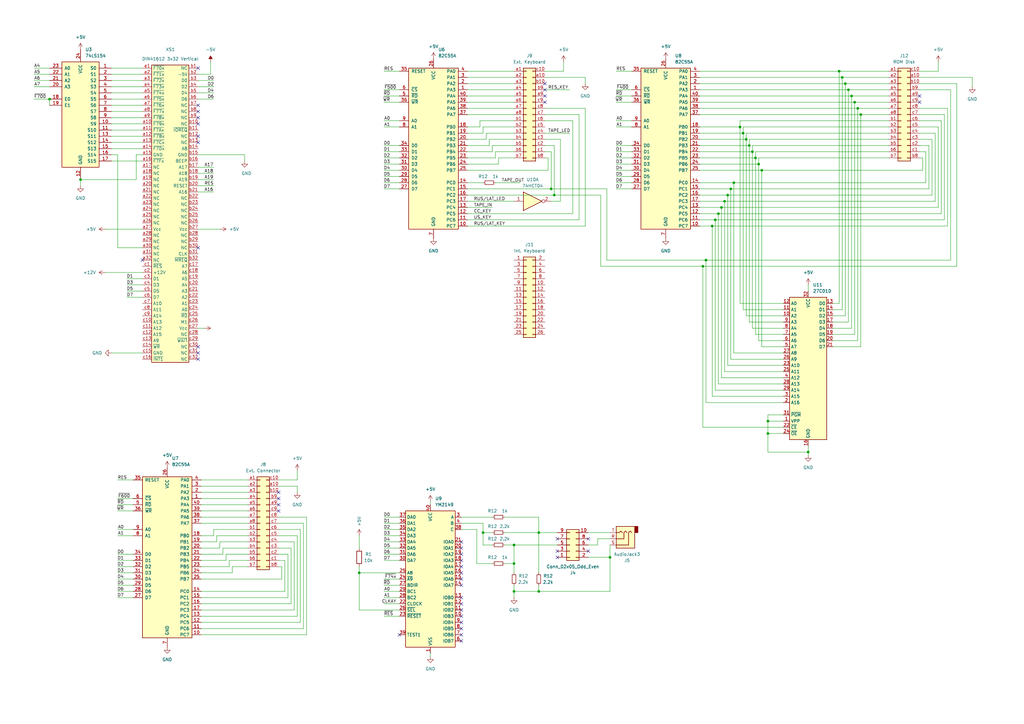
<source format=kicad_sch>
(kicad_sch (version 20230121) (generator eeschema)
  (paper "A3")
  (title_block (title "I/O devices") (date "2023-11-27") (comment 2 "Eugene Po"))
  (junction (at 308.61 62.23))
  (junction (at 350.52 41.91))
  (junction (at 226.06 77.47))
  (junction (at 298.45 80.01))
  (junction (at 306.07 57.15))
  (junction (at 299.72 77.47))
  (junction (at 349.25 39.37))
  (junction (at 288.29 109.22))
  (junction (at 347.98 36.83))
  (junction (at 198.12 218.44))
  (junction (at 307.34 59.69))
  (junction (at 300.99 74.93))
  (junction (at 20.32 40.64))
  (junction (at 344.17 29.21))
  (junction (at 294.64 87.63))
  (junction (at 351.79 44.45))
  (junction (at 353.06 46.99))
  (junction (at 33.02 73.66))
  (junction (at 293.37 90.17))
  (junction (at 210.82 242.57))
  (junction (at 309.88 64.77))
  (junction (at 295.91 85.09))
  (junction (at 220.98 242.57))
  (junction (at 210.82 223.52))
  (junction (at 250.19 228.6))
  (junction (at 292.1 92.71))
  (junction (at 297.18 82.55))
  (junction (at 220.98 218.44))
  (junction (at 304.8 54.61))
  (junction (at 331.47 185.42))
  (junction (at 227.33 80.01))
  (junction (at 314.96 177.8))
  (junction (at 147.32 234.95))
  (junction (at 311.15 67.31))
  (junction (at 314.96 172.72))
  (junction (at 345.44 31.75))
  (junction (at 346.71 34.29))
  (junction (at 210.82 231.14))
  (junction (at 312.42 69.85))
  (junction (at 289.56 106.68))
  (junction (at 303.53 52.07))
  (no_connect (at 163.83 260.35))
  (no_connect (at 189.23 222.25))
  (no_connect (at 377.19 39.37))
  (no_connect (at 81.28 144.78))
  (no_connect (at 189.23 262.89))
  (no_connect (at 81.28 58.42))
  (no_connect (at 189.23 234.95))
  (no_connect (at 189.23 227.33))
  (no_connect (at 58.42 106.68))
  (no_connect (at 189.23 224.79))
  (no_connect (at 81.28 43.18))
  (no_connect (at 189.23 250.19))
  (no_connect (at 241.3 226.06))
  (no_connect (at 114.3 207.01))
  (no_connect (at 223.52 36.83))
  (no_connect (at 81.28 48.26))
  (no_connect (at 189.23 245.11))
  (no_connect (at 81.28 55.88))
  (no_connect (at 228.6 226.06))
  (no_connect (at 189.23 260.35))
  (no_connect (at 189.23 240.03))
  (no_connect (at 189.23 229.87))
  (no_connect (at 114.3 201.93))
  (no_connect (at 81.28 27.94))
  (no_connect (at 81.28 142.24))
  (no_connect (at 377.19 41.91))
  (no_connect (at 223.52 34.29))
  (no_connect (at 189.23 252.73))
  (no_connect (at 189.23 232.41))
  (no_connect (at 189.23 255.27))
  (no_connect (at 228.6 220.98))
  (no_connect (at 81.28 147.32))
  (no_connect (at 189.23 247.65))
  (no_connect (at 189.23 257.81))
  (no_connect (at 189.23 237.49))
  (no_connect (at 241.3 220.98))
  (no_connect (at 114.3 209.55))
  (no_connect (at 81.28 50.8))
  (no_connect (at 81.28 45.72))
  (no_connect (at 114.3 204.47))
  (no_connect (at 228.6 228.6))
  (no_connect (at 223.52 41.91))
  (no_connect (at 223.52 39.37))
  (no_connect (at 81.28 101.6))
  (wire (pts (xy 248.92 106.68) (xy 289.56 106.68)))
  (wire (pts (xy 304.8 127) (xy 304.8 54.61)))
  (wire (pts (xy 54.61 209.55) (xy 48.26 209.55)))
  (wire (pts (xy 294.64 157.48) (xy 294.64 87.63)))
  (wire (pts (xy 287.02 82.55) (xy 297.18 82.55)))
  (wire (pts (xy 54.61 245.11) (xy 48.26 245.11)))
  (wire (pts (xy 45.72 144.78) (xy 58.42 144.78)))
  (wire (pts (xy 189.23 212.09) (xy 201.93 212.09)))
  (wire (pts (xy 287.02 34.29) (xy 346.71 34.29)))
  (wire (pts (xy 223.52 36.83) (xy 233.68 36.83)))
  (wire (pts (xy 341.63 124.46) (xy 344.17 124.46)))
  (wire (pts (xy 207.01 218.44) (xy 220.98 218.44)))
  (wire (pts (xy 303.53 52.07) (xy 303.53 49.53)))
  (wire (pts (xy 203.2 64.77) (xy 191.77 64.77)))
  (wire (pts (xy 191.77 41.91) (xy 210.82 41.91)))
  (wire (pts (xy 114.3 196.85) (xy 121.92 196.85)))
  (wire (pts (xy 304.8 54.61) (xy 304.8 52.07)))
  (wire (pts (xy 191.77 77.47) (xy 226.06 77.47)))
  (wire (pts (xy 45.72 50.8) (xy 58.42 50.8)))
  (wire (pts (xy 245.11 220.98) (xy 250.19 220.98)))
  (wire (pts (xy 45.72 55.88) (xy 58.42 55.88)))
  (wire (pts (xy 309.88 62.23) (xy 309.88 64.77)))
  (wire (pts (xy 210.82 234.95) (xy 210.82 231.14)))
  (wire (pts (xy 81.28 78.74) (xy 87.63 78.74)))
  (wire (pts (xy 377.19 29.21) (xy 384.81 29.21)))
  (wire (pts (xy 43.18 111.76) (xy 58.42 111.76)))
  (wire (pts (xy 58.42 116.84) (xy 52.07 116.84)))
  (wire (pts (xy 377.19 62.23) (xy 379.73 62.23)))
  (wire (pts (xy 198.12 223.52) (xy 201.93 223.52)))
  (wire (pts (xy 115.57 232.41) (xy 114.3 232.41)))
  (wire (pts (xy 45.72 45.72) (xy 58.42 45.72)))
  (wire (pts (xy 45.72 40.64) (xy 58.42 40.64)))
  (wire (pts (xy 306.07 57.15) (xy 306.07 54.61)))
  (wire (pts (xy 345.44 127) (xy 345.44 31.75)))
  (wire (pts (xy 347.98 36.83) (xy 364.49 36.83)))
  (wire (pts (xy 321.31 132.08) (xy 307.34 132.08)))
  (wire (pts (xy 344.17 29.21) (xy 364.49 29.21)))
  (wire (pts (xy 20.32 27.94) (xy 13.97 27.94)))
  (wire (pts (xy 82.55 229.87) (xy 92.71 229.87)))
  (wire (pts (xy 387.35 46.99) (xy 387.35 90.17)))
  (wire (pts (xy 163.83 242.57) (xy 157.48 242.57)))
  (wire (pts (xy 259.08 49.53) (xy 252.73 49.53)))
  (wire (pts (xy 33.02 73.66) (xy 55.88 73.66)))
  (wire (pts (xy 196.85 49.53) (xy 210.82 49.53)))
  (wire (pts (xy 147.32 234.95) (xy 163.83 234.95)))
  (wire (pts (xy 364.49 62.23) (xy 309.88 62.23)))
  (wire (pts (xy 294.64 87.63) (xy 386.08 87.63)))
  (wire (pts (xy 125.73 212.09) (xy 114.3 212.09)))
  (wire (pts (xy 82.55 196.85) (xy 101.6 196.85)))
  (wire (pts (xy 223.52 54.61) (xy 233.68 54.61)))
  (wire (pts (xy 191.77 34.29) (xy 210.82 34.29)))
  (wire (pts (xy 287.02 54.61) (xy 304.8 54.61)))
  (wire (pts (xy 20.32 33.02) (xy 13.97 33.02)))
  (wire (pts (xy 386.08 87.63) (xy 386.08 49.53)))
  (wire (pts (xy 226.06 77.47) (xy 248.92 77.47)))
  (wire (pts (xy 389.89 36.83) (xy 377.19 36.83)))
  (wire (pts (xy 210.82 245.11) (xy 210.82 242.57)))
  (wire (pts (xy 157.48 237.49) (xy 163.83 237.49)))
  (wire (pts (xy 306.07 54.61) (xy 364.49 54.61)))
  (wire (pts (xy 311.15 139.7) (xy 321.31 139.7)))
  (wire (pts (xy 48.26 204.47) (xy 54.61 204.47)))
  (wire (pts (xy 54.61 242.57) (xy 48.26 242.57)))
  (wire (pts (xy 250.19 228.6) (xy 241.3 228.6)))
  (wire (pts (xy 82.55 207.01) (xy 101.6 207.01)))
  (wire (pts (xy 207.01 212.09) (xy 220.98 212.09)))
  (wire (pts (xy 250.19 228.6) (xy 250.19 242.57)))
  (wire (pts (xy 259.08 52.07) (xy 252.73 52.07)))
  (wire (pts (xy 287.02 57.15) (xy 306.07 57.15)))
  (wire (pts (xy 288.29 175.26) (xy 321.31 175.26)))
  (wire (pts (xy 45.72 60.96) (xy 58.42 60.96)))
  (wire (pts (xy 234.95 87.63) (xy 191.77 87.63)))
  (wire (pts (xy 83.82 134.62) (xy 81.28 134.62)))
  (wire (pts (xy 121.92 252.73) (xy 121.92 219.71)))
  (wire (pts (xy 378.46 69.85) (xy 378.46 64.77)))
  (wire (pts (xy 227.33 59.69) (xy 223.52 59.69)))
  (wire (pts (xy 314.96 177.8) (xy 314.96 185.42)))
  (wire (pts (xy 58.42 114.3) (xy 52.07 114.3)))
  (wire (pts (xy 157.48 29.21) (xy 163.83 29.21)))
  (wire (pts (xy 307.34 132.08) (xy 307.34 59.69)))
  (wire (pts (xy 347.98 132.08) (xy 347.98 36.83)))
  (wire (pts (xy 45.72 63.5) (xy 48.26 63.5)))
  (wire (pts (xy 210.82 62.23) (xy 203.2 62.23)))
  (wire (pts (xy 86.36 25.4) (xy 86.36 30.48)))
  (wire (pts (xy 157.48 252.73) (xy 163.83 252.73)))
  (wire (pts (xy 90.17 222.25) (xy 101.6 222.25)))
  (wire (pts (xy 314.96 172.72) (xy 314.96 177.8)))
  (wire (pts (xy 163.83 64.77) (xy 157.48 64.77)))
  (wire (pts (xy 321.31 157.48) (xy 294.64 157.48)))
  (wire (pts (xy 157.48 247.65) (xy 163.83 247.65)))
  (wire (pts (xy 321.31 142.24) (xy 312.42 142.24)))
  (wire (pts (xy 82.55 214.63) (xy 101.6 214.63)))
  (wire (pts (xy 191.77 57.15) (xy 199.39 57.15)))
  (wire (pts (xy 82.55 201.93) (xy 101.6 201.93)))
  (wire (pts (xy 392.43 34.29) (xy 392.43 109.22)))
  (wire (pts (xy 308.61 62.23) (xy 308.61 59.69)))
  (wire (pts (xy 386.08 49.53) (xy 377.19 49.53)))
  (wire (pts (xy 321.31 147.32) (xy 299.72 147.32)))
  (wire (pts (xy 82.55 222.25) (xy 88.9 222.25)))
  (wire (pts (xy 163.83 77.47) (xy 157.48 77.47)))
  (wire (pts (xy 101.6 224.79) (xy 91.44 224.79)))
  (wire (pts (xy 163.83 72.39) (xy 157.48 72.39)))
  (wire (pts (xy 48.26 63.5) (xy 48.26 101.6)))
  (wire (pts (xy 95.25 234.95) (xy 95.25 232.41)))
  (wire (pts (xy 259.08 67.31) (xy 252.73 67.31)))
  (wire (pts (xy 198.12 214.63) (xy 198.12 218.44)))
  (wire (pts (xy 58.42 119.38) (xy 52.07 119.38)))
  (wire (pts (xy 321.31 165.1) (xy 289.56 165.1)))
  (wire (pts (xy 81.28 33.02) (xy 87.63 33.02)))
  (wire (pts (xy 345.44 31.75) (xy 364.49 31.75)))
  (wire (pts (xy 90.17 93.98) (xy 81.28 93.98)))
  (wire (pts (xy 163.83 214.63) (xy 157.48 214.63)))
  (wire (pts (xy 203.2 62.23) (xy 203.2 64.77)))
  (wire (pts (xy 163.83 74.93) (xy 157.48 74.93)))
  (wire (pts (xy 309.88 137.16) (xy 309.88 64.77)))
  (wire (pts (xy 293.37 160.02) (xy 293.37 90.17)))
  (wire (pts (xy 54.61 229.87) (xy 48.26 229.87)))
  (wire (pts (xy 20.32 35.56) (xy 13.97 35.56)))
  (wire (pts (xy 350.52 41.91) (xy 364.49 41.91)))
  (wire (pts (xy 295.91 85.09) (xy 384.81 85.09)))
  (wire (pts (xy 189.23 217.17) (xy 195.58 217.17)))
  (wire (pts (xy 259.08 41.91) (xy 252.73 41.91)))
  (wire (pts (xy 45.72 38.1) (xy 58.42 38.1)))
  (wire (pts (xy 91.44 224.79) (xy 91.44 227.33)))
  (wire (pts (xy 54.61 217.17) (xy 48.26 217.17)))
  (wire (pts (xy 114.3 214.63) (xy 124.46 214.63)))
  (wire (pts (xy 383.54 82.55) (xy 383.54 54.61)))
  (wire (pts (xy 259.08 77.47) (xy 252.73 77.47)))
  (wire (pts (xy 377.19 31.75) (xy 398.78 31.75)))
  (wire (pts (xy 227.33 80.01) (xy 246.38 80.01)))
  (wire (pts (xy 191.77 62.23) (xy 201.93 62.23)))
  (wire (pts (xy 384.81 29.21) (xy 384.81 25.4)))
  (wire (pts (xy 288.29 109.22) (xy 288.29 175.26)))
  (wire (pts (xy 295.91 154.94) (xy 295.91 85.09)))
  (wire (pts (xy 287.02 36.83) (xy 347.98 36.83)))
  (wire (pts (xy 163.83 227.33) (xy 157.48 227.33)))
  (wire (pts (xy 157.48 36.83) (xy 163.83 36.83)))
  (wire (pts (xy 349.25 134.62) (xy 349.25 39.37)))
  (wire (pts (xy 341.63 129.54) (xy 346.71 129.54)))
  (wire (pts (xy 81.28 63.5) (xy 100.33 63.5)))
  (wire (pts (xy 377.19 34.29) (xy 392.43 34.29)))
  (wire (pts (xy 116.84 242.57) (xy 82.55 242.57)))
  (wire (pts (xy 54.61 237.49) (xy 48.26 237.49)))
  (wire (pts (xy 199.39 57.15) (xy 199.39 54.61)))
  (wire (pts (xy 298.45 149.86) (xy 298.45 80.01)))
  (wire (pts (xy 398.78 31.75) (xy 398.78 35.56)))
  (wire (pts (xy 54.61 232.41) (xy 48.26 232.41)))
  (wire (pts (xy 195.58 217.17) (xy 195.58 231.14)))
  (wire (pts (xy 82.55 255.27) (xy 123.19 255.27)))
  (wire (pts (xy 118.11 227.33) (xy 114.3 227.33)))
  (wire (pts (xy 163.83 52.07) (xy 157.48 52.07)))
  (wire (pts (xy 287.02 77.47) (xy 299.72 77.47)))
  (wire (pts (xy 292.1 92.71) (xy 388.62 92.71)))
  (wire (pts (xy 119.38 224.79) (xy 114.3 224.79)))
  (wire (pts (xy 287.02 90.17) (xy 293.37 90.17)))
  (wire (pts (xy 45.72 35.56) (xy 58.42 35.56)))
  (wire (pts (xy 147.32 250.19) (xy 147.32 234.95)))
  (wire (pts (xy 82.55 224.79) (xy 90.17 224.79)))
  (wire (pts (xy 341.63 134.62) (xy 349.25 134.62)))
  (wire (pts (xy 93.98 232.41) (xy 82.55 232.41)))
  (wire (pts (xy 234.95 49.53) (xy 234.95 87.63)))
  (wire (pts (xy 237.49 46.99) (xy 237.49 90.17)))
  (wire (pts (xy 246.38 109.22) (xy 288.29 109.22)))
  (wire (pts (xy 351.79 139.7) (xy 351.79 44.45)))
  (wire (pts (xy 287.02 64.77) (xy 309.88 64.77)))
  (wire (pts (xy 191.77 82.55) (xy 210.82 82.55)))
  (wire (pts (xy 223.52 31.75) (xy 240.03 31.75)))
  (wire (pts (xy 121.92 199.39) (xy 121.92 201.93)))
  (wire (pts (xy 120.65 222.25) (xy 114.3 222.25)))
  (wire (pts (xy 224.79 64.77) (xy 223.52 64.77)))
  (wire (pts (xy 220.98 212.09) (xy 220.98 218.44)))
  (wire (pts (xy 388.62 92.71) (xy 388.62 44.45)))
  (wire (pts (xy 287.02 44.45) (xy 351.79 44.45)))
  (wire (pts (xy 331.47 119.38) (xy 331.47 116.84)))
  (wire (pts (xy 200.66 59.69) (xy 191.77 59.69)))
  (wire (pts (xy 287.02 46.99) (xy 353.06 46.99)))
  (wire (pts (xy 299.72 147.32) (xy 299.72 77.47)))
  (wire (pts (xy 252.73 36.83) (xy 259.08 36.83)))
  (wire (pts (xy 289.56 106.68) (xy 389.89 106.68)))
  (wire (pts (xy 287.02 62.23) (xy 308.61 62.23)))
  (wire (pts (xy 81.28 76.2) (xy 87.63 76.2)))
  (wire (pts (xy 81.28 38.1) (xy 87.63 38.1)))
  (wire (pts (xy 383.54 54.61) (xy 377.19 54.61)))
  (wire (pts (xy 86.36 30.48) (xy 81.28 30.48)))
  (wire (pts (xy 163.83 219.71) (xy 157.48 219.71)))
  (wire (pts (xy 288.29 109.22) (xy 392.43 109.22)))
  (wire (pts (xy 82.55 237.49) (xy 115.57 237.49)))
  (wire (pts (xy 54.61 227.33) (xy 48.26 227.33)))
  (wire (pts (xy 163.83 224.79) (xy 157.48 224.79)))
  (wire (pts (xy 300.99 144.78) (xy 300.99 74.93)))
  (wire (pts (xy 306.07 57.15) (xy 306.07 129.54)))
  (wire (pts (xy 45.72 48.26) (xy 58.42 48.26)))
  (wire (pts (xy 20.32 40.64) (xy 20.32 43.18)))
  (wire (pts (xy 226.06 82.55) (xy 229.87 82.55)))
  (wire (pts (xy 341.63 127) (xy 345.44 127)))
  (wire (pts (xy 287.02 41.91) (xy 350.52 41.91)))
  (wire (pts (xy 321.31 162.56) (xy 292.1 162.56)))
  (wire (pts (xy 240.03 92.71) (xy 240.03 44.45)))
  (wire (pts (xy 189.23 214.63) (xy 198.12 214.63)))
  (wire (pts (xy 204.47 64.77) (xy 210.82 64.77)))
  (wire (pts (xy 163.83 49.53) (xy 157.48 49.53)))
  (wire (pts (xy 82.55 219.71) (xy 87.63 219.71)))
  (wire (pts (xy 321.31 170.18) (xy 314.96 170.18)))
  (wire (pts (xy 210.82 231.14) (xy 207.01 231.14)))
  (wire (pts (xy 311.15 67.31) (xy 311.15 139.7)))
  (wire (pts (xy 55.88 63.5) (xy 58.42 63.5)))
  (wire (pts (xy 81.28 35.56) (xy 87.63 35.56)))
  (wire (pts (xy 331.47 185.42) (xy 331.47 186.69)))
  (wire (pts (xy 191.77 80.01) (xy 227.33 80.01)))
  (wire (pts (xy 223.52 46.99) (xy 237.49 46.99)))
  (wire (pts (xy 54.61 234.95) (xy 48.26 234.95)))
  (wire (pts (xy 33.02 76.2) (xy 33.02 73.66)))
  (wire (pts (xy 384.81 52.07) (xy 377.19 52.07)))
  (wire (pts (xy 229.87 82.55) (xy 229.87 57.15)))
  (wire (pts (xy 341.63 142.24) (xy 353.06 142.24)))
  (wire (pts (xy 82.55 245.11) (xy 118.11 245.11)))
  (wire (pts (xy 382.27 57.15) (xy 377.19 57.15)))
  (wire (pts (xy 321.31 137.16) (xy 309.88 137.16)))
  (wire (pts (xy 381 59.69) (xy 377.19 59.69)))
  (wire (pts (xy 196.85 52.07) (xy 196.85 49.53)))
  (wire (pts (xy 45.72 33.02) (xy 58.42 33.02)))
  (wire (pts (xy 198.12 218.44) (xy 198.12 223.52)))
  (wire (pts (xy 191.77 54.61) (xy 198.12 54.61)))
  (wire (pts (xy 308.61 59.69) (xy 364.49 59.69)))
  (wire (pts (xy 125.73 260.35) (xy 125.73 212.09)))
  (wire (pts (xy 220.98 242.57) (xy 210.82 242.57)))
  (wire (pts (xy 191.77 90.17) (xy 237.49 90.17)))
  (wire (pts (xy 220.98 240.03) (xy 220.98 242.57)))
  (wire (pts (xy 259.08 62.23) (xy 252.73 62.23)))
  (wire (pts (xy 252.73 29.21) (xy 259.08 29.21)))
  (wire (pts (xy 82.55 199.39) (xy 101.6 199.39)))
  (wire (pts (xy 297.18 152.4) (xy 297.18 82.55)))
  (wire (pts (xy 191.77 67.31) (xy 204.47 67.31)))
  (wire (pts (xy 123.19 255.27) (xy 123.19 217.17)))
  (wire (pts (xy 119.38 247.65) (xy 119.38 224.79)))
  (wire (pts (xy 259.08 69.85) (xy 252.73 69.85)))
  (wire (pts (xy 259.08 59.69) (xy 252.73 59.69)))
  (wire (pts (xy 121.92 219.71) (xy 114.3 219.71)))
  (wire (pts (xy 163.83 67.31) (xy 157.48 67.31)))
  (wire (pts (xy 259.08 74.93) (xy 252.73 74.93)))
  (wire (pts (xy 191.77 36.83) (xy 210.82 36.83)))
  (wire (pts (xy 303.53 52.07) (xy 303.53 124.46)))
  (wire (pts (xy 353.06 46.99) (xy 364.49 46.99)))
  (wire (pts (xy 91.44 227.33) (xy 82.55 227.33)))
  (wire (pts (xy 195.58 231.14) (xy 201.93 231.14)))
  (wire (pts (xy 191.77 92.71) (xy 240.03 92.71)))
  (wire (pts (xy 246.38 80.01) (xy 246.38 109.22)))
  (wire (pts (xy 82.55 212.09) (xy 101.6 212.09)))
  (wire (pts (xy 384.81 85.09) (xy 384.81 52.07)))
  (wire (pts (xy 226.06 62.23) (xy 223.52 62.23)))
  (wire (pts (xy 114.3 199.39) (xy 121.92 199.39)))
  (wire (pts (xy 115.57 237.49) (xy 115.57 232.41)))
  (wire (pts (xy 297.18 82.55) (xy 383.54 82.55)))
  (wire (pts (xy 210.82 223.52) (xy 228.6 223.52)))
  (wire (pts (xy 346.71 129.54) (xy 346.71 34.29)))
  (wire (pts (xy 321.31 149.86) (xy 298.45 149.86)))
  (wire (pts (xy 43.18 93.98) (xy 58.42 93.98)))
  (wire (pts (xy 45.72 58.42) (xy 58.42 58.42)))
  (wire (pts (xy 292.1 162.56) (xy 292.1 92.71)))
  (wire (pts (xy 123.19 217.17) (xy 114.3 217.17)))
  (wire (pts (xy 200.66 57.15) (xy 200.66 59.69)))
  (wire (pts (xy 54.61 240.03) (xy 48.26 240.03)))
  (wire (pts (xy 379.73 62.23) (xy 379.73 74.93)))
  (wire (pts (xy 81.28 40.64) (xy 87.63 40.64)))
  (wire (pts (xy 176.53 269.24) (xy 176.53 267.97)))
  (wire (pts (xy 210.82 242.57) (xy 210.82 240.03)))
  (wire (pts (xy 87.63 217.17) (xy 101.6 217.17)))
  (wire (pts (xy 341.63 139.7) (xy 351.79 139.7)))
  (wire (pts (xy 191.77 69.85) (xy 224.79 69.85)))
  (wire (pts (xy 147.32 232.41) (xy 147.32 234.95)))
  (wire (pts (xy 287.02 87.63) (xy 294.64 87.63)))
  (wire (pts (xy 223.52 29.21) (xy 231.14 29.21)))
  (wire (pts (xy 48.26 196.85) (xy 54.61 196.85)))
  (wire (pts (xy 58.42 121.92) (xy 52.07 121.92)))
  (wire (pts (xy 353.06 142.24) (xy 353.06 46.99)))
  (wire (pts (xy 101.6 229.87) (xy 93.98 229.87)))
  (wire (pts (xy 321.31 160.02) (xy 293.37 160.02)))
  (wire (pts (xy 176.53 205.74) (xy 176.53 207.01)))
  (wire (pts (xy 351.79 44.45) (xy 364.49 44.45)))
  (wire (pts (xy 45.72 30.48) (xy 58.42 30.48)))
  (wire (pts (xy 163.83 250.19) (xy 147.32 250.19)))
  (wire (pts (xy 54.61 219.71) (xy 48.26 219.71)))
  (wire (pts (xy 163.83 59.69) (xy 157.48 59.69)))
  (wire (pts (xy 191.77 85.09) (xy 201.93 85.09)))
  (wire (pts (xy 87.63 219.71) (xy 87.63 217.17)))
  (wire (pts (xy 204.47 67.31) (xy 204.47 64.77)))
  (wire (pts (xy 314.96 185.42) (xy 331.47 185.42)))
  (wire (pts (xy 163.83 222.25) (xy 157.48 222.25)))
  (wire (pts (xy 199.39 54.61) (xy 210.82 54.61)))
  (wire (pts (xy 248.92 77.47) (xy 248.92 106.68)))
  (wire (pts (xy 306.07 129.54) (xy 321.31 129.54)))
  (wire (pts (xy 321.31 154.94) (xy 295.91 154.94)))
  (wire (pts (xy 287.02 69.85) (xy 312.42 69.85)))
  (wire (pts (xy 163.83 39.37) (xy 157.48 39.37)))
  (wire (pts (xy 241.3 218.44) (xy 250.19 218.44)))
  (wire (pts (xy 240.03 44.45) (xy 223.52 44.45)))
  (wire (pts (xy 45.72 43.18) (xy 58.42 43.18)))
  (wire (pts (xy 82.55 204.47) (xy 101.6 204.47)))
  (wire (pts (xy 82.55 247.65) (xy 119.38 247.65)))
  (wire (pts (xy 82.55 234.95) (xy 95.25 234.95)))
  (wire (pts (xy 54.61 207.01) (xy 48.26 207.01)))
  (wire (pts (xy 220.98 218.44) (xy 220.98 234.95)))
  (wire (pts (xy 191.77 46.99) (xy 210.82 46.99)))
  (wire (pts (xy 90.17 224.79) (xy 90.17 222.25)))
  (wire (pts (xy 210.82 57.15) (xy 200.66 57.15)))
  (wire (pts (xy 321.31 177.8) (xy 314.96 177.8)))
  (wire (pts (xy 287.02 39.37) (xy 349.25 39.37)))
  (wire (pts (xy 240.03 31.75) (xy 240.03 34.29)))
  (wire (pts (xy 163.83 69.85) (xy 157.48 69.85)))
  (wire (pts (xy 377.19 46.99) (xy 387.35 46.99)))
  (wire (pts (xy 95.25 232.41) (xy 101.6 232.41)))
  (wire (pts (xy 341.63 137.16) (xy 350.52 137.16)))
  (wire (pts (xy 13.97 40.64) (xy 20.32 40.64)))
  (wire (pts (xy 121.92 196.85) (xy 121.92 193.04)))
  (wire (pts (xy 100.33 66.04) (xy 100.33 63.5)))
  (wire (pts (xy 147.32 219.71) (xy 147.32 224.79)))
  (wire (pts (xy 201.93 59.69) (xy 210.82 59.69)))
  (wire (pts (xy 203.2 74.93) (xy 213.36 74.93)))
  (wire (pts (xy 163.83 217.17) (xy 157.48 217.17)))
  (wire (pts (xy 45.72 66.04) (xy 58.42 66.04)))
  (wire (pts (xy 163.83 229.87) (xy 157.48 229.87)))
  (wire (pts (xy 124.46 214.63) (xy 124.46 257.81)))
  (wire (pts (xy 191.77 44.45) (xy 210.82 44.45)))
  (wire (pts (xy 299.72 77.47) (xy 381 77.47)))
  (wire (pts (xy 45.72 53.34) (xy 58.42 53.34)))
  (wire (pts (xy 250.19 242.57) (xy 220.98 242.57)))
  (wire (pts (xy 259.08 39.37) (xy 252.73 39.37)))
  (wire (pts (xy 198.12 54.61) (xy 198.12 52.07)))
  (wire (pts (xy 321.31 172.72) (xy 314.96 172.72)))
  (wire (pts (xy 114.3 229.87) (xy 116.84 229.87)))
  (wire (pts (xy 307.34 57.15) (xy 307.34 59.69)))
  (wire (pts (xy 308.61 62.23) (xy 308.61 134.62)))
  (wire (pts (xy 381 77.47) (xy 381 59.69)))
  (wire (pts (xy 226.06 77.47) (xy 226.06 62.23)))
  (wire (pts (xy 88.9 219.71) (xy 101.6 219.71)))
  (wire (pts (xy 321.31 152.4) (xy 297.18 152.4)))
  (wire (pts (xy 163.83 212.09) (xy 157.48 212.09)))
  (wire (pts (xy 82.55 209.55) (xy 101.6 209.55)))
  (wire (pts (xy 191.77 31.75) (xy 210.82 31.75)))
  (wire (pts (xy 163.83 62.23) (xy 157.48 62.23)))
  (wire (pts (xy 314.96 170.18) (xy 314.96 172.72)))
  (wire (pts (xy 82.55 260.35) (xy 125.73 260.35)))
  (wire (pts (xy 124.46 257.81) (xy 82.55 257.81)))
  (wire (pts (xy 224.79 69.85) (xy 224.79 64.77)))
  (wire (pts (xy 300.99 74.93) (xy 379.73 74.93)))
  (wire (pts (xy 120.65 250.19) (xy 120.65 222.25)))
  (wire (pts (xy 82.55 252.73) (xy 121.92 252.73)))
  (wire (pts (xy 229.87 57.15) (xy 223.52 57.15)))
  (wire (pts (xy 245.11 223.52) (xy 245.11 220.98)))
  (wire (pts (xy 55.88 73.66) (xy 55.88 63.5)))
  (wire (pts (xy 293.37 90.17) (xy 387.35 90.17)))
  (wire (pts (xy 92.71 229.87) (xy 92.71 227.33)))
  (wire (pts (xy 331.47 182.88) (xy 331.47 185.42)))
  (wire (pts (xy 81.28 73.66) (xy 87.63 73.66)))
  (wire (pts (xy 378.46 64.77) (xy 377.19 64.77)))
  (wire (pts (xy 163.83 245.11) (xy 157.48 245.11)))
  (wire (pts (xy 45.72 27.94) (xy 58.42 27.94)))
  (wire (pts (xy 312.42 69.85) (xy 312.42 142.24)))
  (wire (pts (xy 48.26 101.6) (xy 58.42 101.6)))
  (wire (pts (xy 303.53 49.53) (xy 364.49 49.53)))
  (wire (pts (xy 82.55 250.19) (xy 120.65 250.19)))
  (wire (pts (xy 220.98 218.44) (xy 228.6 218.44)))
  (wire (pts (xy 118.11 245.11) (xy 118.11 227.33)))
  (wire (pts (xy 287.02 29.21) (xy 344.17 29.21)))
  (wire (pts (xy 198.12 218.44) (xy 201.93 218.44)))
  (wire (pts (xy 344.17 29.21) (xy 344.17 124.46)))
  (wire (pts (xy 287.02 80.01) (xy 298.45 80.01)))
  (wire (pts (xy 88.9 222.25) (xy 88.9 219.71)))
  (wire (pts (xy 287.02 67.31) (xy 311.15 67.31)))
  (wire (pts (xy 341.63 132.08) (xy 347.98 132.08)))
  (wire (pts (xy 311.15 67.31) (xy 311.15 64.77)))
  (wire (pts (xy 191.77 74.93) (xy 198.12 74.93)))
  (wire (pts (xy 287.02 74.93) (xy 300.99 74.93)))
  (wire (pts (xy 289.56 165.1) (xy 289.56 106.68)))
  (wire (pts (xy 287.02 52.07) (xy 303.53 52.07)))
  (wire (pts (xy 210.82 223.52) (xy 210.82 231.14)))
  (wire (pts (xy 312.42 69.85) (xy 378.46 69.85)))
  (wire (pts (xy 231.14 29.21) (xy 231.14 25.4)))
  (wire (pts (xy 92.71 227.33) (xy 101.6 227.33)))
  (wire (pts (xy 287.02 59.69) (xy 307.34 59.69)))
  (wire (pts (xy 382.27 80.01) (xy 382.27 57.15)))
  (wire (pts (xy 364.49 57.15) (xy 307.34 57.15)))
  (wire (pts (xy 287.02 85.09) (xy 295.91 85.09)))
  (wire (pts (xy 20.32 30.48) (xy 13.97 30.48)))
  (wire (pts (xy 349.25 39.37) (xy 364.49 39.37)))
  (wire (pts (xy 303.53 124.46) (xy 321.31 124.46)))
  (wire (pts (xy 191.77 29.21) (xy 210.82 29.21)))
  (wire (pts (xy 287.02 31.75) (xy 345.44 31.75)))
  (wire (pts (xy 163.83 240.03) (xy 157.48 240.03)))
  (wire (pts (xy 350.52 137.16) (xy 350.52 41.91)))
  (wire (pts (xy 298.45 80.01) (xy 382.27 80.01)))
  (wire (pts (xy 287.02 92.71) (xy 292.1 92.71)))
  (wire (pts (xy 241.3 223.52) (xy 245.11 223.52)))
  (wire (pts (xy 227.33 80.01) (xy 227.33 59.69)))
  (wire (pts (xy 207.01 223.52) (xy 210.82 223.52)))
  (wire (pts (xy 81.28 68.58) (xy 87.63 68.58)))
  (wire (pts (xy 201.93 62.23) (xy 201.93 59.69)))
  (wire (pts (xy 388.62 44.45) (xy 377.19 44.45)))
  (wire (pts (xy 163.83 41.91) (xy 157.48 41.91)))
  (wire (pts (xy 93.98 229.87) (xy 93.98 232.41)))
  (wire (pts (xy 81.28 71.12) (xy 87.63 71.12)))
  (wire (pts (xy 321.31 127) (xy 304.8 127)))
  (wire (pts (xy 304.8 52.07) (xy 364.49 52.07)))
  (wire (pts (xy 311.15 64.77) (xy 364.49 64.77)))
  (wire (pts (xy 389.89 106.68) (xy 389.89 36.83)))
  (wire (pts (xy 191.77 39.37) (xy 210.82 39.37)))
  (wire (pts (xy 259.08 72.39) (xy 252.73 72.39)))
  (wire (pts (xy 346.71 34.29) (xy 364.49 34.29)))
  (wire (pts (xy 191.77 52.07) (xy 196.85 52.07)))
  (wire (pts (xy 308.61 134.62) (xy 321.31 134.62)))
  (wire (pts (xy 250.19 223.52) (xy 250.19 228.6)))
  (wire (pts (xy 116.84 229.87) (xy 116.84 242.57)))
  (wire (pts (xy 321.31 144.78) (xy 300.99 144.78)))
  (wire (pts (xy 198.12 52.07) (xy 210.82 52.07)))
  (wire (pts (xy 223.52 49.53) (xy 234.95 49.53)))
  (wire (pts (xy 259.08 64.77) (xy 252.73 64.77)))
  (label "D7" (at 160.02 77.47 180))
  (label "TAPE_OUT" (at 205.74 74.93 0))
  (label "D7" (at 255.27 77.47 180))
  (label "~{RD}" (at 255.27 39.37 180))
  (label "D0" (at 50.8 227.33 180))
  (label "A6" (at 16.51 33.02 180))
  (label "TAPE_IN" (at 194.31 85.09 0))
  (label "~{RES}" (at 161.29 252.73 180))
  (label "D1" (at 54.61 114.3 180))
  (label "D4" (at 50.8 237.49 180))
  (label "~{WR}" (at 50.8 209.55 180))
  (label "D4" (at 85.09 38.1 0))
  (label "D1" (at 50.8 229.87 180))
  (label "D5" (at 255.27 72.39 180))
  (label "~{RD}" (at 50.8 207.01 180))
  (label "D4" (at 160.02 222.25 180))
  (label "~{WR}" (at 160.02 41.91 180))
  (label "D4" (at 255.27 69.85 180))
  (label "D3" (at 160.02 67.31 180))
  (label "A5" (at 16.51 30.48 180))
  (label "A1" (at 160.02 52.07 180))
  (label "D2" (at 50.8 232.41 180))
  (label "~{WR}" (at 255.27 41.91 180))
  (label "D1" (at 160.02 214.63 180))
  (label "D3" (at 255.27 67.31 180))
  (label "RUS{slash}LAT_KEY" (at 194.31 92.71 0))
  (label "A17" (at 83.82 68.58 0))
  (label "D3" (at 160.02 219.71 180))
  (label "D4" (at 160.02 69.85 180))
  (label "CLKAY" (at 162.56 247.65 180))
  (label "D0" (at 160.02 212.09 180))
  (label "A4" (at 13.97 27.94 0))
  (label "A0" (at 160.02 49.53 180))
  (label "~{F700}" (at 13.97 40.64 0))
  (label "D2" (at 160.02 217.17 180))
  (label "TAPE_LED" (at 224.79 54.61 0))
  (label "D6" (at 160.02 227.33 180))
  (label "A0" (at 160.02 242.57 180))
  (label "A0" (at 50.8 217.17 180))
  (label "A1" (at 50.8 219.71 180))
  (label "D1" (at 160.02 62.23 180))
  (label "D0" (at 255.27 59.69 180))
  (label "D3" (at 50.8 234.95 180))
  (label "RUS{slash}LAT_LED" (at 194.31 82.55 0))
  (label "D2" (at 160.02 64.77 180))
  (label "D3" (at 54.61 116.84 180))
  (label "D2" (at 85.09 35.56 0))
  (label "D1" (at 255.27 62.23 180))
  (label "RES_KEY" (at 224.79 36.83 0))
  (label "~{F600}" (at 53.34 204.47 180))
  (label "CC_KEY" (at 194.31 87.63 0))
  (label "A18" (at 83.82 71.12 0))
  (label "D2" (at 255.27 64.77 180))
  (label "~{F500}" (at 162.56 36.83 180))
  (label "A7" (at 16.51 35.56 180))
  (label "D5" (at 160.02 72.39 180))
  (label "RES" (at 161.29 29.21 180))
  (label "A0" (at 255.27 49.53 180))
  (label "D6" (at 255.27 74.93 180))
  (label "D5" (at 160.02 224.79 180))
  (label "~{F74x}" (at 162.56 237.49 180))
  (label "D0" (at 160.02 59.69 180))
  (label "RES" (at 83.82 76.2 0))
  (label "~{F400}" (at 257.81 36.83 180))
  (label "~{RD}" (at 160.02 240.03 180))
  (label "A16" (at 83.82 78.74 0))
  (label "A19" (at 83.82 73.66 0))
  (label "D5" (at 50.8 240.03 180))
  (label "US_KEY" (at 194.31 90.17 0))
  (label "D7" (at 50.8 245.11 180))
  (label "D5" (at 54.61 119.38 180))
  (label "D6" (at 160.02 74.93 180))
  (label "~{RD}" (at 160.02 39.37 180))
  (label "D0" (at 85.09 33.02 0))
  (label "D7" (at 160.02 229.87 180))
  (label "D7" (at 54.61 121.92 180))
  (label "A1" (at 255.27 52.07 180))
  (label "D6" (at 50.8 242.57 180))
  (label "RES" (at 52.07 196.85 180))
  (label "A1" (at 160.02 245.11 180))
  (label "RES" (at 256.54 29.21 180))
  (label "D6" (at 85.09 40.64 0))
  (symbol (lib_id "power:+5V") (at 177.8 24.13 0) (unit 1)
    (property "Reference" "#PWR032" (effects hide))
    (property "Value" "+5V" (at 177.8 19.05 0))
  )
  (symbol (lib_id "Connector_Generic:Conn_02x13_Odd_Even") (at 215.9 121.92 0) (unit 1)
    (property "Reference" "J11" (at 217.17 100.33 0))
    (property "Value" "Int. Keyboard" (at 217.17 102.87 0))
    (property "Footprint" "Connector_PinHeader_2.54mm:PinHeader_2x13_P2.54mm_Vertical" (effects hide))
  )
  (symbol (lib_id "Audio:YM2149") (at 176.53 237.49 0) (unit 1)
    (property "Reference" "U9" (at 178.4859 204.47 0) (effects (justify left)))
    (property "Value" "YM2149" (at 178.4859 207.01 0) (effects (justify left)))
    (property "Footprint" "Package_DIP:DIP-40_W15.24mm" (effects hide))
    (property "Datasheet" "http://www.ym2149.com/ym2149.pdf" (effects hide))
  )
  (symbol (lib_name "82C55A_1") (lib_id "Interface:82C55A") (at 273.05 62.23 0) (unit 1)
    (property "Reference" "U8" (at 276.86 22.86 0) (effects (justify left)))
    (property "Value" "82C55A" (at 276.86 25.4 0) (effects (justify left)))
    (property "Footprint" "Package_DIP:DIP-40_W15.24mm" (effects hide))
    (property "Datasheet" "http://jap.hu/electronic/8255.pdf" (effects hide))
  )
  (symbol (lib_id "Device:R_Small") (at 204.47 218.44 90) (unit 1)
    (property "Reference" "R12" (at 201.93 215.9 90))
    (property "Value" "2.2k" (at 207.01 215.9 90))
    (property "Footprint" "Resistor_THT:R_Axial_DIN0207_L6.3mm_D2.5mm_P10.16mm_Horizontal" (effects hide))
    (instances (project "KiCAD" (path "" (reference "R12") (unit 1)) (path "" (reference "R14") (unit 1))))
  )
  (symbol (lib_id "Connector_Audio:AudioJack3") (at 255.27 220.98 180) (unit 1)
    (property "Reference" "J5" (at 257.175 229.87 0))
    (property "Value" "AudioJack3" (at 257.175 227.33 0))
    (property "Footprint" "Connector_Audio:Jack_3.5mm_CUI_SJ1-3523N_Horizontal" (effects hide))
  )
  (symbol (lib_id "power:GND") (at 273.05 97.79 0) (unit 1)
    (property "Reference" "#PWR015" (effects hide))
    (property "Value" "GND" (at 273.05 102.87 0))
  )
  (symbol (lib_id "power:+5V") (at 273.05 24.13 0) (unit 1)
    (property "Reference" "#PWR033" (effects hide))
    (property "Value" "+5V" (at 273.05 19.05 0))
  )
  (symbol (lib_id "power:GND") (at 33.02 76.2 0) (unit 1)
    (property "Reference" "#PWR020" (effects hide))
    (property "Value" "GND" (at 33.02 81.28 0))
  )
  (symbol (lib_id "Device:R") (at 147.32 228.6 0) (unit 1)
    (property "Reference" "R1" (at 151.13 227.33 0))
    (property "Value" "10k" (at 151.13 229.87 0))
    (property "Footprint" "Resistor_THT:R_Axial_DIN0207_L6.3mm_D2.5mm_P10.16mm_Horizontal" (effects hide))
  )
  (symbol (lib_id "power:GND") (at 100.33 66.04 0) (mirror y) (unit 1)
    (property "Reference" "#PWR038" (effects hide))
    (property "Value" "GND" (at 99.06 71.12 0) (effects (justify right)))
  )
  (symbol (lib_id "power:GND") (at 331.47 186.69 0) (unit 1)
    (property "Reference" "#PWR014" (effects hide))
    (property "Value" "GND" (at 331.47 191.77 0))
  )
  (symbol (lib_id "power:+5V") (at 331.47 116.84 0) (unit 1)
    (property "Reference" "#PWR013" (effects hide))
    (property "Value" "+5V" (at 331.47 111.76 0))
  )
  (symbol (lib_id "power:GND") (at 176.53 269.24 0) (unit 1)
    (property "Reference" "#PWR018" (effects hide))
    (property "Value" "GND" (at 176.53 274.32 0))
  )
  (symbol (lib_id "power:+12V") (at 43.18 111.76 90) (unit 1)
    (property "Reference" "#PWR040" (effects hide))
    (property "Value" "+12V" (at 39.37 111.76 90) (effects (justify left)))
  )
  (symbol (lib_id "Device:R_Small") (at 204.47 223.52 90) (unit 1)
    (property "Reference" "R12" (at 201.93 220.98 90))
    (property "Value" "2.2k" (at 207.01 220.98 90))
    (property "Footprint" "Resistor_THT:R_Axial_DIN0207_L6.3mm_D2.5mm_P10.16mm_Horizontal" (effects hide))
    (instances (project "KiCAD" (path "" (reference "R12") (unit 1)) (path "" (reference "R15") (unit 1))))
  )
  (symbol (lib_id "Device:R_Small") (at 204.47 212.09 90) (unit 1)
    (property "Reference" "R12" (at 201.93 209.55 90))
    (property "Value" "1k" (at 207.01 209.55 90))
    (property "Footprint" "Resistor_THT:R_Axial_DIN0207_L6.3mm_D2.5mm_P10.16mm_Horizontal" (effects hide))
    (instances (project "KiCAD" (path "" (reference "R12") (unit 1)) (path "" (reference "R13") (unit 1))))
  )
  (symbol (lib_id "power:+5V") (at 43.18 93.98 90) (unit 1)
    (property "Reference" "#PWR034" (effects hide))
    (property "Value" "+5V" (at 39.37 93.98 90) (effects (justify left)))
  )
  (symbol (lib_id "power:+5V") (at 176.53 205.74 0) (unit 1)
    (property "Reference" "#PWR028" (effects hide))
    (property "Value" "+5V" (at 176.53 200.66 0))
  )
  (symbol (lib_id "Device:R_Small") (at 204.47 231.14 90) (unit 1)
    (property "Reference" "R12" (at 201.93 228.6 90))
    (property "Value" "1k" (at 207.01 228.6 90))
    (property "Footprint" "Resistor_THT:R_Axial_DIN0207_L6.3mm_D2.5mm_P10.16mm_Horizontal" (effects hide))
    (instances (project "KiCAD" (path "" (reference "R12") (unit 1)) (path "" (reference "R16") (unit 1))))
  )
  (symbol (lib_id "Device:R_Small") (at 220.98 237.49 0) (unit 1)
    (property "Reference" "R12" (at 224.79 236.22 0))
    (property "Value" "2.2k" (at 224.79 238.76 0))
    (property "Footprint" "Resistor_THT:R_Axial_DIN0207_L6.3mm_D2.5mm_P10.16mm_Horizontal" (effects hide))
    (instances (project "KiCAD" (path "" (reference "R12") (unit 1)) (path "" (reference "R17") (unit 1))))
  )
  (symbol (lib_id "power:+5V") (at 68.58 191.77 0) (unit 1)
    (property "Reference" "#PWR031" (effects hide))
    (property "Value" "+5V" (at 68.58 186.69 0))
  )
  (symbol (lib_id "power:+5V") (at 231.14 25.4 0) (unit 1)
    (property "Reference" "#PWR049" (effects hide))
    (property "Value" "+5V" (at 231.14 20.32 0))
  )
  (symbol (lib_id "Device:R_Small") (at 200.66 74.93 90) (unit 1)
    (property "Reference" "R12" (at 198.12 72.39 90))
    (property "Value" "1k" (at 203.2 72.39 90))
    (property "Footprint" "Resistor_THT:R_Axial_DIN0207_L6.3mm_D2.5mm_P10.16mm_Horizontal" (effects hide))
    (instances (project "KiCAD" (path "" (reference "R12") (unit 1)) (path "" (reference "R19") (unit 1))))
  )
  (symbol (lib_id "power:+5V") (at 147.32 219.71 0) (unit 1)
    (property "Reference" "#PWR029" (effects hide))
    (property "Value" "+5V" (at 147.32 215.9 90) (effects (justify left)))
  )
  (symbol (lib_id "power:+5V") (at 33.02 20.32 0) (unit 1)
    (property "Reference" "#PWR030" (effects hide))
    (property "Value" "+5V" (at 33.02 15.24 0))
  )
  (symbol (lib_id "power:GND") (at 398.78 35.56 0) (unit 1)
    (property "Reference" "#PWR052" (effects hide))
    (property "Value" "GND" (at 398.78 40.64 0))
  )
  (symbol (lib_id "74xx:74LS154") (at 33.02 45.72 0) (unit 1)
    (property "Reference" "U3" (at 34.9759 20.32 0) (effects (justify left)))
    (property "Value" "74LS154" (at 34.9759 22.86 0) (effects (justify left)))
    (property "Footprint" "Package_DIP:DIP-24_W7.62mm" (effects hide))
    (property "Datasheet" "http://www.ti.com/lit/gpn/sn74LS154" (effects hide))
  )
  (symbol (lib_id "power:GND") (at 240.03 34.29 0) (unit 1)
    (property "Reference" "#PWR050" (effects hide))
    (property "Value" "GND" (at 240.03 39.37 0))
  )
  (symbol (lib_id "power:GND") (at 177.8 97.79 0) (unit 1)
    (property "Reference" "#PWR016" (effects hide))
    (property "Value" "GND" (at 177.8 102.87 0))
  )
  (symbol (lib_id "power:+5V") (at 83.82 134.62 270) (mirror x) (unit 1)
    (property "Reference" "#PWR036" (effects hide))
    (property "Value" "+5V" (effects hide))
  )
  (symbol (lib_name "DIN41612_03x32_ABC_2") (lib_id "Connector:DIN41612_03x32_ABC") (at 69.85 83.82 0) (unit 1)
    (property "Reference" "XS1" (at 69.85 20.32 0))
    (property "Value" "DIN41612 3x32 Vertical" (at 69.85 24.13 0))
    (property "Footprint" "Connector_DIN:DIN41612_C_3x32_Female_Vertical_THT" (effects hide))
  )
  (symbol (lib_id "Memory_EPROM:27C010") (at 331.47 149.86 0) (unit 1)
    (property "Reference" "U11" (at 333.4259 116.84 0) (effects (justify left)))
    (property "Value" "27C010" (at 333.4259 119.38 0) (effects (justify left)))
    (property "Footprint" "Package_DIP:DIP-32_W15.24mm_LongPads" (effects hide))
    (property "Datasheet" "http://ww1.microchip.com/downloads/en/DeviceDoc/doc0321.pdf" (effects hide))
  )
  (symbol (lib_name "DIN41612_03x10_ABC_1") (lib_id "Connector:DIN41612_03x10_ABC") (at 107.95 214.63 0) (unit 1)
    (property "Reference" "J8" (at 107.95 190.5 0))
    (property "Value" "Ext. Connector" (at 107.95 193.04 0))
    (property "Footprint" "Connector_DIN:DIN41612_R3_3x10_Male_Horizontal_THT" (effects hide))
  )
  (symbol (lib_name "DIN41612_03x10_ABC_1") (lib_id "Connector:DIN41612_03x10_ABC") (at 217.17 46.99 0) (unit 1)
    (property "Reference" "J9" (at 217.17 22.86 0))
    (property "Value" "Ext. Keyboard" (at 217.17 25.4 0))
    (property "Footprint" "Connector_DIN:DIN41612_R3_3x10_Male_Horizontal_THT" (effects hide))
  )
  (symbol (lib_name "DIN41612_03x10_ABC_1") (lib_id "Connector:DIN41612_03x10_ABC") (at 370.84 46.99 0) (unit 1)
    (property "Reference" "J12" (at 370.84 22.86 0))
    (property "Value" "ROM DIsk" (at 370.84 25.4 0))
    (property "Footprint" "Connector_DIN:DIN41612_R3_3x10_Male_Horizontal_THT" (effects hide))
  )
  (symbol (lib_id "power:GND") (at 45.72 144.78 270) (unit 1)
    (property "Reference" "#PWR019" (effects hide))
    (property "Value" "GND" (at 41.91 144.78 90) (effects (justify right)))
  )
  (symbol (lib_id "power:+5V") (at 384.81 25.4 0) (unit 1)
    (property "Reference" "#PWR051" (effects hide))
    (property "Value" "+5V" (at 384.81 20.32 0))
  )
  (symbol (lib_id "power:GND") (at 121.92 201.93 0) (unit 1)
    (property "Reference" "#PWR048" (effects hide))
    (property "Value" "GND" (at 121.92 207.01 0))
  )
  (symbol (lib_id "Device:R_Small") (at 210.82 237.49 0) (unit 1)
    (property "Reference" "R12" (at 214.63 236.22 0))
    (property "Value" "2.2k" (at 214.63 238.76 0))
    (property "Footprint" "Resistor_THT:R_Axial_DIN0207_L6.3mm_D2.5mm_P10.16mm_Horizontal" (effects hide))
    (instances (project "KiCAD" (path "" (reference "R12") (unit 1)) (path "" (reference "R18") (unit 1))))
  )
  (symbol (lib_id "power:+5V") (at 90.17 93.98 270) (mirror x) (unit 1)
    (property "Reference" "#PWR035" (effects hide))
    (property "Value" "+5V" (at 93.98 93.98 90) (effects (justify left)))
  )
  (symbol (lib_id "74xx:74HCT04") (at 218.44 82.55 0) (unit 1)
    (property "Reference" "U10" (at 218.44 73.66 0))
    (property "Value" "74HCT04" (at 218.44 76.2 0))
    (property "Footprint" "Package_DIP:DIP-14_W7.62mm_LongPads" (effects hide))
    (property "Datasheet" "https://assets.nexperia.com/documents/data-sheet/74HC_HCT04.pdf" (effects hide))
  )
  (symbol (lib_name "82C55A_1") (lib_id "Interface:82C55A") (at 177.8 62.23 0) (unit 1)
    (property "Reference" "U6" (at 179.7559 20.32 0) (effects (justify left)))
    (property "Value" "82C55A" (at 179.7559 22.86 0) (effects (justify left)))
    (property "Footprint" "Package_DIP:DIP-40_W15.24mm" (effects hide))
    (property "Datasheet" "http://jap.hu/electronic/8255.pdf" (effects hide))
  )
  (symbol (lib_id "power:+5V") (at 121.92 193.04 0) (unit 1)
    (property "Reference" "#PWR037" (effects hide))
    (property "Value" "+5V" (at 121.92 187.96 0))
  )
  (symbol (lib_name "82C55A_1") (lib_id "Interface:82C55A") (at 68.58 229.87 0) (unit 1)
    (property "Reference" "U7" (at 70.5359 187.96 0) (effects (justify left)))
    (property "Value" "82C55A" (at 70.5359 190.5 0) (effects (justify left)))
    (property "Footprint" "Package_DIP:DIP-40_W15.24mm" (effects hide))
    (property "Datasheet" "http://jap.hu/electronic/8255.pdf" (effects hide))
  )
  (symbol (lib_id "power:GND") (at 68.58 265.43 0) (unit 1)
    (property "Reference" "#PWR017" (effects hide))
    (property "Value" "GND" (at 68.58 270.51 0))
  )
  (symbol (lib_id "Connector_Generic:Conn_02x05_Odd_Even") (at 233.68 223.52 0) (mirror x) (unit 1)
    (property "Reference" "J4" (at 234.95 234.95 0))
    (property "Value" "Conn_02x05_Odd_Even" (at 234.95 232.41 0))
    (property "Footprint" "Connector_PinHeader_2.54mm:PinHeader_2x05_P2.54mm_Vertical" (effects hide))
  )
  (symbol (lib_id "power:-5V") (at 86.36 25.4 0) (unit 1)
    (property "Reference" "#PWR039" (effects hide))
    (property "Value" "-5V" (at 86.36 20.32 0))
  )
  (symbol (lib_id "power:GND") (at 210.82 245.11 0) (unit 1)
    (property "Reference" "#PWR045" (effects hide))
    (property "Value" "GND" (at 210.82 250.19 0))
  )
)
</source>
